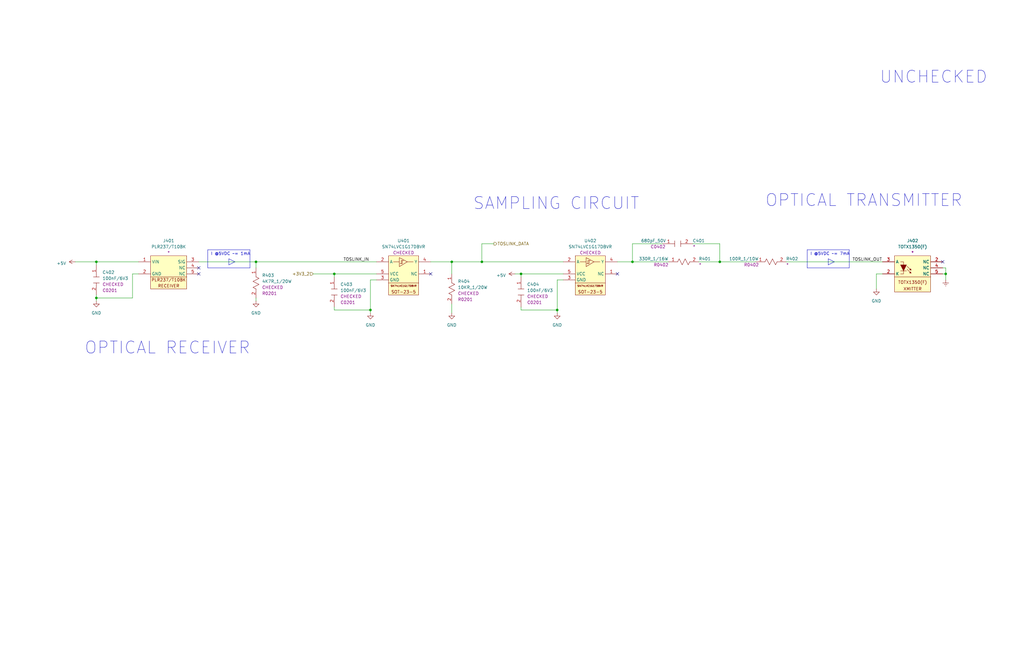
<source format=kicad_sch>
(kicad_sch (version 20230121) (generator eeschema)
  (paper "B")
  (title_block (title "Blender") (date "2023/09/18") (rev "v1.0") (company "Mend0z0") (comment 1 "v1.0") (comment 2 "v1.0") (comment 3 "Siavash Taher Parvar") (comment 4 "_BOM_Blender_v1.0.html") (comment 5 "_HW_Blender.kicad_pcb") (comment 6 "_GBR_Blender_v1.0") (comment 7 "_ASM_Blender_v1.0") (comment 8 "N/A") (comment 9 "Initial version"))
  (lib_symbols
    (symbol "_SCHLIB_Blender:BUF_SN74LVC1G17DBVR_SOT-23-5"
      (property "Reference" "U" (at 2.54 3.81 0))
      (property "Value" "SN74LVC1G17DBVR" (at 2.54 6.35 0))
      (property "SCH CHECK" "CHECKED" (at 2.54 21.59 0))
      (symbol "BUF_SN74LVC1G17DBVR_SOT-23-5_0_0"
        (text "SN74LVC1G17DBVR" (at 6.35 -12.7 0) (effects (font (size 0.762 0.762))))
        (text "SOT-23-5" (at 6.35 -15.24 0) (effects (font (size 1.27 1.27))))
      )
      (symbol "BUF_SN74LVC1G17DBVR_SOT-23-5_0_1"
        (polyline (pts (xy 0 -11.43) (xy 12.7 -11.43)))
        (polyline (pts (xy 4.572 -2.54) (xy 2.032 -2.54)))
        (polyline (pts (xy 7.874 -2.54) (xy 10.414 -2.54)))
        (polyline (pts (xy 5.334 -3.302) (xy 5.842 -3.302) (xy 5.842 -2.032)))
        (polyline (pts (xy 4.572 -0.762) (xy 4.572 -4.572) (xy 7.874 -2.54) (xy 4.572 -0.762)))
        (polyline (pts (xy 6.35 -2.032) (xy 5.334 -2.032) (xy 5.334 -3.302) (xy 4.826 -3.302)))
        (rectangle (start 0 0) (end 12.7 -16.51) (fill (type background)))
      )
      (symbol "BUF_SN74LVC1G17DBVR_SOT-23-5_1_1"
        (pin passive line (at 17.78 -7.62 180) (length 5.08) (name "NC") (number "1"))
        (pin passive line (at -5.08 -2.54 0) (length 5.08) (name "A") (number "2"))
        (pin passive line (at -5.08 -10.16 0) (length 5.08) (name "GND") (number "3"))
        (pin passive line (at 17.78 -2.54 180) (length 5.08) (name "Y") (number "4"))
        (pin passive line (at -5.08 -7.62 0) (length 5.08) (name "VCC") (number "5"))
      )
    )
    (symbol "_SCHLIB_Blender:CAP_100nF/6V3_C0201"
      (property "Reference" "C" (at 2.54 5.08 0))
      (property "Value" "100nF{slash}6V3" (at 2.54 7.62 0))
      (property "SCH CHECK" "CHECKED" (at 2.54 22.86 0))
      (property "Package" "C0201" (at 2.54 25.4 0))
      (symbol "CAP_100nF/6V3_C0201_0_0"
        (polyline (pts (xy 5.08 1.27) (xy 5.08 -1.27)))
        (polyline (pts (xy 7.62 1.27) (xy 7.62 -1.27)))
      )
      (symbol "CAP_100nF/6V3_C0201_1_1"
        (pin passive line (at 0 0 0) (length 5.08) (name "") (number "1"))
        (pin passive line (at 12.7 0 180) (length 5.08) (name "") (number "2"))
      )
    )
    (symbol "_SCHLIB_Blender:CAP_680pF_50V_C0402"
      (property "Reference" "C" (at 2.54 3.81 0))
      (property "Value" "680pF_50V" (at 2.54 6.35 0))
      (property "SCH CHECK" "*" (at 2.54 21.59 0))
      (property "Package" "C0402" (at 2.54 24.13 0))
      (symbol "CAP_680pF_50V_C0402_0_0"
        (polyline (pts (xy 5.08 1.27) (xy 5.08 -1.27)))
        (polyline (pts (xy 7.62 1.27) (xy 7.62 -1.27)))
      )
      (symbol "CAP_680pF_50V_C0402_1_1"
        (pin passive line (at 0 0 0) (length 5.08) (name "") (number "1"))
        (pin passive line (at 12.7 0 180) (length 5.08) (name "") (number "2"))
      )
    )
    (symbol "_SCHLIB_Blender:CONN_PLR237/T10BK"
      (property "Reference" "J" (at 3.81 3.81 0))
      (property "Value" "PLR237/T10BK" (at 3.81 6.35 0))
      (property "SCH CHECK" "*" (at 3.81 20.32 0))
      (symbol "CONN_PLR237/T10BK_0_0"
        (text "PLR237/T10BK" (at 7.62 -10.16 0) (effects (font (size 1.27 1.27))))
      )
      (symbol "CONN_PLR237/T10BK_0_1"
        (polyline (pts (xy 0 -8.89) (xy 15.24 -8.89)))
        (rectangle (start 0 0) (end 15.24 -13.97) (fill (type background)))
        (text "RECEIVER" (at 7.62 -12.7 0) (effects (font (size 1.27 1.27))))
      )
      (symbol "CONN_PLR237/T10BK_1_1"
        (pin passive line (at -5.08 -2.54 0) (length 5.08) (name "VIN") (number "1"))
        (pin passive line (at -5.08 -7.62 0) (length 5.08) (name "GND") (number "2"))
        (pin passive line (at 20.32 -2.54 180) (length 5.08) (name "SIG") (number "3"))
        (pin passive line (at 20.32 -5.08 180) (length 5.08) (name "NC") (number "4"))
        (pin passive line (at 20.32 -7.62 180) (length 5.08) (name "NC") (number "5"))
      )
    )
    (symbol "_SCHLIB_Blender:CONN_TOTX1350(F)"
      (property "Reference" "J" (at 2.54 2.54 0))
      (property "Value" "TOTX1350(F)" (at 2.54 5.08 0))
      (property "SCH CHECK" "*" (at 2.54 20.32 0))
      (symbol "CONN_TOTX1350(F)_0_0"
        (text "	\nTOTX1350(F)" (at 7.62 -10.16 0) (effects (font (size 1.27 1.27))))
      )
      (symbol "CONN_TOTX1350(F)_0_1"
        (polyline (pts (xy 0 -8.89) (xy 15.24 -8.89)))
        (polyline (pts (xy 2.54 -6.35) (xy 5.08 -6.35)))
        (polyline (pts (xy 5.334 -5.6896) (xy 6.604 -6.9596)))
        (polyline (pts (xy 5.334 -4.4196) (xy 6.604 -5.6896)))
        (polyline (pts (xy 2.54 -7.62) (xy 3.81 -7.62) (xy 3.81 -6.35)))
        (polyline (pts (xy 2.54 -2.54) (xy 3.81 -2.54) (xy 3.81 -3.81)))
        (polyline (pts (xy 2.54 -3.81) (xy 5.08 -3.81) (xy 3.81 -6.35) (xy 2.54 -3.81)) (fill (type outline)))
        (polyline (pts (xy 6.8326 -6.7564) (xy 6.35 -7.2136) (xy 7.0104 -7.366) (xy 6.8326 -6.7564)) (fill (type outline)))
        (polyline (pts (xy 6.858 -5.461) (xy 6.3754 -5.9182) (xy 7.0358 -6.0706) (xy 6.858 -5.461)) (fill (type outline)))
        (rectangle (start 0 0) (end 15.24 -15.24) (fill (type background)))
        (text "XMITTER" (at 7.62 -13.97 0) (effects (font (size 1.27 1.27))))
      )
      (symbol "CONN_TOTX1350(F)_1_1"
        (pin passive line (at -5.08 -7.62 0) (length 5.08) (name "K") (number "2"))
        (pin passive line (at 20.32 -2.54 180) (length 5.08) (name "NC") (number "2"))
        (pin passive line (at -5.08 -2.54 0) (length 5.08) (name "A") (number "3"))
        (pin passive line (at 20.32 -5.08 180) (length 5.08) (name "NC") (number "4"))
        (pin passive line (at 20.32 -7.62 180) (length 5.08) (name "NC") (number "5"))
      )
    )
    (symbol "_SCHLIB_Blender:RES_100R_1/10W_R0402"
      (property "Reference" "R" (at 2.54 3.81 0))
      (property "Value" "100R_1/10W" (at 2.54 6.35 0))
      (property "SCH CHECK" "*" (at 2.54 21.59 0))
      (property "Package" "R0402" (at 2.54 24.13 0))
      (symbol "RES_100R_1/10W_R0402_0_0"
        (polyline (pts (xy 3.81 0) (xy 4.445 1.27) (xy 5.715 -1.27) (xy 6.985 1.27) (xy 8.255 -1.27) (xy 8.89 0)))
      )
      (symbol "RES_100R_1/10W_R0402_1_1"
        (pin passive line (at 0 0 0) (length 3.81) (name "") (number "1"))
        (pin passive line (at 12.7 0 180) (length 3.81) (name "") (number "2"))
      )
    )
    (symbol "_SCHLIB_Blender:RES_10KR_1/20W-R0201"
      (property "Reference" "R" (at 2.54 5.08 0))
      (property "Value" "10KR_1{slash}20W" (at 2.54 7.62 0))
      (property "SCH CHECK" "CHECKED" (at 2.54 22.86 0))
      (property "Package" "R0201" (at 2.54 25.4 0))
      (symbol "RES_10KR_1/20W-R0201_0_0"
        (polyline (pts (xy 3.81 0) (xy 4.445 1.27) (xy 5.715 -1.27) (xy 6.985 1.27) (xy 8.255 -1.27) (xy 8.89 0)))
      )
      (symbol "RES_10KR_1/20W-R0201_1_1"
        (pin passive line (at 0 0 0) (length 3.81) (name "") (number "1"))
        (pin passive line (at 12.7 0 180) (length 3.81) (name "") (number "2"))
      )
    )
    (symbol "_SCHLIB_Blender:RES_330R_1/16W_R0402"
      (property "Reference" "R" (at 3.81 3.81 0))
      (property "Value" "330R_1/16W" (at 3.81 6.35 0))
      (property "SCH CHECK" "*" (at 3.81 21.59 0))
      (property "Package" "R0402" (at 3.81 24.13 0))
      (symbol "RES_330R_1/16W_R0402_0_0"
        (polyline (pts (xy 3.81 0) (xy 4.445 1.27) (xy 5.715 -1.27) (xy 6.985 1.27) (xy 8.255 -1.27) (xy 8.89 0)))
      )
      (symbol "RES_330R_1/16W_R0402_1_1"
        (pin passive line (at 0 0 0) (length 3.81) (name "") (number "1"))
        (pin passive line (at 12.7 0 180) (length 3.81) (name "") (number "2"))
      )
    )
    (symbol "_SCHLIB_Blender:RES_4K7R_1/20W-R0201"
      (property "Reference" "R" (at 2.54 5.08 0))
      (property "Value" "4K7R_1{slash}20W" (at 2.54 7.62 0))
      (property "SCH CHECK" "CHECKED" (at 2.54 22.86 0))
      (property "Package" "R0201" (at 2.54 25.4 0))
      (symbol "RES_4K7R_1/20W-R0201_0_0"
        (polyline (pts (xy 3.81 0) (xy 4.445 1.27) (xy 5.715 -1.27) (xy 6.985 1.27) (xy 8.255 -1.27) (xy 8.89 0)))
      )
      (symbol "RES_4K7R_1/20W-R0201_1_1"
        (pin passive line (at 0 0 0) (length 3.81) (name "") (number "1"))
        (pin passive line (at 12.7 0 180) (length 3.81) (name "") (number "2"))
      )
    )
    (symbol "power:+5V" (power) (pin_names (offset 0))
      (property "Value" "+5V" (at 0 3.556 0))
      (symbol "+5V_0_1"
        (polyline (pts (xy -0.762 1.27) (xy 0 2.54)))
        (polyline (pts (xy 0 0) (xy 0 2.54)))
        (polyline (pts (xy 0 2.54) (xy 0.762 1.27)))
      )
      (symbol "+5V_1_1"
        (pin power_in line (at 0 0 90) (length 0) hide (name "+5V") (number "1"))
      )
    )
    (symbol "power:Earth" (power) (pin_names (offset 0))
      (symbol "Earth_0_1"
        (polyline (pts (xy -0.635 -1.905) (xy 0.635 -1.905)))
        (polyline (pts (xy -0.127 -2.54) (xy 0.127 -2.54)))
        (polyline (pts (xy 0 -1.27) (xy 0 0)))
        (polyline (pts (xy 1.27 -1.27) (xy -1.27 -1.27)))
      )
      (symbol "Earth_1_1"
        (pin power_in line (at 0 0 270) (length 0) hide (name "Earth") (number "1"))
      )
    )
    (symbol "power:GND" (power) (pin_names (offset 0))
      (property "Value" "GND" (at 0 -3.81 0))
      (symbol "GND_0_1"
        (polyline (pts (xy 0 0) (xy 0 -1.27) (xy 1.27 -1.27) (xy 0 -2.54) (xy -1.27 -1.27) (xy 0 -1.27)))
      )
      (symbol "GND_1_1"
        (pin power_in line (at 0 0 270) (length 0) hide (name "GND") (number "1"))
      )
    )
  )
  (junction (at 156.21 130.81))
  (junction (at 40.64 125.73))
  (junction (at 234.95 130.81))
  (junction (at 40.64 110.49))
  (junction (at 398.78 115.57))
  (junction (at 107.95 110.49))
  (junction (at 140.97 115.57))
  (junction (at 219.71 115.57))
  (junction (at 203.2 110.49))
  (junction (at 190.5 110.49))
  (junction (at 303.53 110.49))
  (junction (at 266.7 110.49))
  (no_connect (at 397.51 110.49))
  (no_connect (at 260.35 115.57))
  (no_connect (at 181.61 115.57))
  (no_connect (at 83.82 113.03))
  (no_connect (at 83.82 115.57))
  (wire (pts (xy 219.71 130.81) (xy 234.95 130.81)))
  (wire (pts (xy 190.5 110.49) (xy 190.5 115.57)))
  (wire (pts (xy 140.97 115.57) (xy 140.97 116.84)))
  (polyline (pts (xy 340.36 105.41) (xy 358.14 105.41)))
  (wire (pts (xy 266.7 110.49) (xy 281.94 110.49)))
  (polyline (pts (xy 96.52 109.22) (xy 99.06 110.49)))
  (wire (pts (xy 83.82 110.49) (xy 107.95 110.49)))
  (wire (pts (xy 397.51 113.03) (xy 398.78 113.03)))
  (polyline (pts (xy 105.41 113.03) (xy 87.63 113.03)))
  (wire (pts (xy 398.78 115.57) (xy 398.78 118.11)))
  (polyline (pts (xy 358.14 113.03) (xy 340.36 113.03)))
  (wire (pts (xy 58.42 115.57) (xy 55.88 115.57)))
  (wire (pts (xy 219.71 129.54) (xy 219.71 130.81)))
  (polyline (pts (xy 349.25 109.22) (xy 351.79 110.49)))
  (wire (pts (xy 107.95 110.49) (xy 107.95 113.03)))
  (wire (pts (xy 397.51 115.57) (xy 398.78 115.57)))
  (wire (pts (xy 303.53 102.87) (xy 303.53 110.49)))
  (wire (pts (xy 31.75 110.49) (xy 40.64 110.49)))
  (polyline (pts (xy 349.25 111.76) (xy 351.79 110.49)))
  (polyline (pts (xy 358.14 105.41) (xy 358.14 113.03)))
  (polyline (pts (xy 87.63 105.41) (xy 105.41 105.41)))
  (wire (pts (xy 181.61 110.49) (xy 190.5 110.49)))
  (wire (pts (xy 292.1 102.87) (xy 303.53 102.87)))
  (wire (pts (xy 219.71 115.57) (xy 219.71 116.84)))
  (wire (pts (xy 40.64 124.46) (xy 40.64 125.73)))
  (wire (pts (xy 40.64 110.49) (xy 40.64 111.76)))
  (wire (pts (xy 331.47 110.49) (xy 372.11 110.49)))
  (wire (pts (xy 140.97 130.81) (xy 156.21 130.81)))
  (wire (pts (xy 58.42 110.49) (xy 40.64 110.49)))
  (wire (pts (xy 303.53 110.49) (xy 318.77 110.49)))
  (wire (pts (xy 398.78 113.03) (xy 398.78 115.57)))
  (wire (pts (xy 156.21 130.81) (xy 156.21 118.11)))
  (wire (pts (xy 260.35 110.49) (xy 266.7 110.49)))
  (wire (pts (xy 369.57 115.57) (xy 369.57 121.92)))
  (wire (pts (xy 217.17 115.57) (xy 219.71 115.57)))
  (wire (pts (xy 107.95 110.49) (xy 158.75 110.49)))
  (wire (pts (xy 107.95 127) (xy 107.95 125.73)))
  (wire (pts (xy 190.5 110.49) (xy 203.2 110.49)))
  (wire (pts (xy 372.11 115.57) (xy 369.57 115.57)))
  (wire (pts (xy 294.64 110.49) (xy 303.53 110.49)))
  (wire (pts (xy 55.88 115.57) (xy 55.88 125.73)))
  (polyline (pts (xy 349.25 109.22) (xy 349.25 111.76)))
  (polyline (pts (xy 340.36 105.41) (xy 340.36 113.03)))
  (wire (pts (xy 266.7 102.87) (xy 266.7 110.49)))
  (polyline (pts (xy 96.52 111.76) (xy 99.06 110.49)))
  (wire (pts (xy 234.95 130.81) (xy 234.95 132.08)))
  (wire (pts (xy 208.28 102.87) (xy 203.2 102.87)))
  (wire (pts (xy 219.71 115.57) (xy 237.49 115.57)))
  (wire (pts (xy 132.08 115.57) (xy 140.97 115.57)))
  (wire (pts (xy 140.97 129.54) (xy 140.97 130.81)))
  (wire (pts (xy 40.64 125.73) (xy 55.88 125.73)))
  (wire (pts (xy 140.97 115.57) (xy 158.75 115.57)))
  (wire (pts (xy 234.95 118.11) (xy 237.49 118.11)))
  (wire (pts (xy 203.2 110.49) (xy 237.49 110.49)))
  (wire (pts (xy 203.2 102.87) (xy 203.2 110.49)))
  (polyline (pts (xy 87.63 105.41) (xy 87.63 113.03)))
  (wire (pts (xy 156.21 130.81) (xy 156.21 132.08)))
  (wire (pts (xy 279.4 102.87) (xy 266.7 102.87)))
  (polyline (pts (xy 105.41 105.41) (xy 105.41 113.03)))
  (wire (pts (xy 234.95 130.81) (xy 234.95 118.11)))
  (wire (pts (xy 190.5 132.08) (xy 190.5 128.27)))
  (polyline (pts (xy 96.52 109.22) (xy 96.52 111.76)))
  (wire (pts (xy 40.64 125.73) (xy 40.64 127)))
  (wire (pts (xy 156.21 118.11) (xy 158.75 118.11)))
  (text "OPTICAL TRANSMITTER" (at 322.58 87.63 0) (effects (font (size 5.08 5.08)) (justify left bottom)))
  (text "I @5VDC ~= 7mA" (at 341.63 107.95 0) (effects (font (size 1.27 1.27)) (justify left bottom)))
  (text "SAMPLING CIRCUIT" (at 199.39 88.9 0) (effects (font (size 5.08 5.08)) (justify left bottom)))
  (text "I @5VDC ~= 1mA" (at 88.9 107.95 0) (effects (font (size 1.27 1.27)) (justify left bottom)))
  (text "UNCHECKED" (at 370.84 35.56 0) (effects (font (size 5.08 5.08)) (justify left bottom)))
  (text "OPTICAL RECEIVER" (at 35.56 149.86 0) (effects (font (size 5.08 5.08)) (justify left bottom)))
  (label "TOSLINK_OUT" (at 359.41 110.49 0))
  (label "TOSLINK_IN" (at 144.78 110.49 0))
  (hierarchical_label "TOSLINK_DATA" (shape output) (at 208.28 102.87 0))
  (hierarchical_label "+3V3_2" (shape input) (at 132.08 115.57 180))
  (symbol (lib_id "_SCHLIB_Blender:BUF_SN74LVC1G17DBVR_SOT-23-5") (at 163.83 107.95 0) (unit 1)
    (property "Reference" "U401" (at 170.18 101.6 0))
    (property "Value" "SN74LVC1G17DBVR" (at 170.18 104.14 0))
    (property "Footprint" "Package_TO_SOT_SMD:SOT-23-5" (effects hide))
    (property "Datasheet" "https://www.ti.com/general/docs/suppproductinfo.tsp?distId=10&gotoUrl=https%3A%2F%2Fwww.ti.com%2Flit%2Fgpn%2Fsn74lvc1g17" (effects hide))
    (property "Description" "Buffer, Non-Inverting 1 Element 1 Bit per Element Push-Pull Output SOT-23-5" (effects hide))
    (property "Part Number" "SN74LVC1G17DBVR" (effects hide))
    (property "Link" "https://www.digikey.ca/en/products/detail/texas-instruments/SN74LVC1G17DBVR/389051" (effects hide))
    (property "SCH CHECK" "CHECKED" (at 170.18 106.68 0))
  )
  (symbol (lib_id "power:GND") (at 107.95 127 0) (unit 1)
    (property "Reference" "#PWR0406" (effects hide))
    (property "Value" "GND" (at 107.95 132.08 0))
    (instances (project "_HW_Blender" (path "" (reference "#PWR0406") (unit 1))) (project "_HW_ToslinkToDMX" (path "" (reference "#PWR0405") (unit 1))))
  )
  (symbol (lib_id "_SCHLIB_Blender:RES_10KR_1/20W-R0201") (at 190.5 115.57 270) (unit 1)
    (property "Reference" "R404" (at 193.04 118.745 90) (effects (justify left)))
    (property "Value" "10KR_1/20W" (at 193.04 121.285 90) (effects (justify left)))
    (property "Footprint" "Resistor_SMD:R_0201_0603Metric" (effects hide))
    (property "Datasheet" "https://www.seielect.com/Catalog/SEI-RMCF_RMCP.pdf" (effects hide))
    (property "Description" "10 kOhms ±1% 0.05W, 1/20W Chip Resistor 0201 (0603 Metric) Thick Film" (effects hide))
    (property "Part Number" "RMCF0201FT10K0" (effects hide))
    (property "Link" "https://www.digikey.ca/en/products/detail/stackpole-electronics-inc/RMCF0201FT10K0/1714990" (effects hide))
    (property "SCH CHECK" "CHECKED" (at 193.04 123.825 90) (effects (justify left)))
    (property "Package" "R0201" (at 193.04 126.365 90) (effects (justify left)))
  )
  (symbol (lib_id "_SCHLIB_Blender:CONN_PLR237/T10BK") (at 63.5 107.95 0) (unit 1)
    (property "Reference" "J401" (at 71.12 101.6 0))
    (property "Value" "PLR237/T10BK" (at 71.12 104.14 0))
    (property "Footprint" "_PCBLIB_Blender:PLR237T10BK" (effects hide))
    (property "Datasheet" "https://media.digikey.com/pdf/Data%20Sheets/Everlight%20PDFs/PLR237-T10BK_Rev1_3-30-21.pdf" (effects hide))
    (property "Description" "Fiber Optic Receiver Optical 3V ~ 5.5V" (effects hide))
    (property "Part Number" "PLR237/T10BK" (effects hide))
    (property "Link" "https://www.digikey.ca/en/products/detail/everlight-electronics-co-ltd/PLR237-T10BK/14641723" (effects hide))
    (property "SCH CHECK" "*" (at 71.12 106.68 0))
  )
  (symbol (lib_id "_SCHLIB_Blender:CAP_100nF/6V3_C0201") (at 219.71 116.84 270) (unit 1)
    (property "Reference" "C404" (at 222.25 120.015 90) (effects (justify left)))
    (property "Value" "100nF/6V3" (at 222.25 122.555 90) (effects (justify left)))
    (property "Footprint" "Capacitor_SMD:C_0201_0603Metric" (effects hide))
    (property "Datasheet" "https://www.yageo.com/upload/media/product/productsearch/datasheet/mlcc/UPY-GPHC_X7R_6.3V-to-250V_22.pdf" (effects hide))
    (property "Description" "0.1 µF ±10% 6.3V Ceramic Capacitor X7R 0201 (0603 Metric)" (effects hide))
    (property "Part Number" "CC0201KRX7R5BB104" (effects hide))
    (property "Link" "https://www.digikey.ca/en/products/detail/yageo/CC0201KRX7R5BB104/12698853" (effects hide))
    (property "SCH CHECK" "CHECKED" (at 222.25 125.095 90) (effects (justify left)))
    (property "Package" "C0201" (at 222.25 127.635 90) (effects (justify left)))
  )
  (symbol (lib_id "_SCHLIB_Blender:RES_100R_1/10W_R0402") (at 318.77 110.49 0) (unit 1)
    (property "Reference" "R402" (at 334.01 109.22 0))
    (property "Value" "100R_1/10W" (at 313.69 109.22 0))
    (property "Footprint" "Resistor_SMD:R_0402_1005Metric" (effects hide))
    (property "Datasheet" "https://industrial.panasonic.com/cdbs/www-data/pdf/RDA0000/AOA0000C304.pdf" (effects hide))
    (property "Description" "100 Ohms ±1% 0.1W, 1/10W Chip Resistor 0402 (1005 Metric) Automotive AEC-Q200 Thick Film" (effects hide))
    (property "Part Number" "ERJ-2RKF1000X" (effects hide))
    (property "Link" "https://www.digikey.ca/en/products/detail/panasonic-electronic-components/ERJ-2RKF1000X/192080" (effects hide))
    (property "SCH CHECK" "*" (at 331.47 111.76 0) (effects (justify left)))
    (property "Package" "R0402" (at 313.69 111.76 0) (effects (justify left)))
  )
  (symbol (lib_id "_SCHLIB_Blender:CAP_100nF/6V3_C0201") (at 140.97 116.84 270) (unit 1)
    (property "Reference" "C403" (at 143.51 120.015 90) (effects (justify left)))
    (property "Value" "100nF/6V3" (at 143.51 122.555 90) (effects (justify left)))
    (property "Footprint" "Capacitor_SMD:C_0201_0603Metric" (effects hide))
    (property "Datasheet" "https://www.yageo.com/upload/media/product/productsearch/datasheet/mlcc/UPY-GPHC_X7R_6.3V-to-250V_22.pdf" (effects hide))
    (property "Description" "0.1 µF ±10% 6.3V Ceramic Capacitor X7R 0201 (0603 Metric)" (effects hide))
    (property "Part Number" "CC0201KRX7R5BB104" (effects hide))
    (property "Link" "https://www.digikey.ca/en/products/detail/yageo/CC0201KRX7R5BB104/12698853" (effects hide))
    (property "SCH CHECK" "CHECKED" (at 143.51 125.095 90) (effects (justify left)))
    (property "Package" "C0201" (at 143.51 127.635 90) (effects (justify left)))
  )
  (symbol (lib_id "power:GND") (at 190.5 132.08 0) (unit 1)
    (property "Reference" "#PWR0408" (effects hide))
    (property "Value" "GND" (at 190.5 137.16 0))
    (instances (project "_HW_Blender" (path "" (reference "#PWR0408") (unit 1))) (project "_HW_ToslinkToDMX" (path "" (reference "#PWR0407") (unit 1))))
  )
  (symbol (lib_id "power:+5V") (at 217.17 115.57 90) (unit 1)
    (property "Reference" "#PWR0402" (effects hide))
    (property "Value" "+5V" (at 213.36 116.205 90) (effects (justify left)))
  )
  (symbol (lib_id "power:+5V") (at 31.75 110.49 90) (unit 1)
    (property "Reference" "#PWR0401" (effects hide))
    (property "Value" "+5V" (at 27.94 111.125 90) (effects (justify left)))
  )
  (symbol (lib_id "power:GND") (at 40.64 127 0) (unit 1)
    (property "Reference" "#PWR0405" (effects hide))
    (property "Value" "GND" (at 40.64 132.08 0))
    (instances (project "_HW_Blender" (path "" (reference "#PWR0405") (unit 1))) (project "_HW_ToslinkToDMX" (path "" (reference "#PWR0404") (unit 1))))
  )
  (symbol (lib_id "power:GND") (at 234.95 132.08 0) (unit 1)
    (property "Reference" "#PWR0409" (effects hide))
    (property "Value" "GND" (at 234.95 137.16 0))
    (instances (project "_HW_Blender" (path "" (reference "#PWR0409") (unit 1))) (project "_HW_ToslinkToDMX" (path "" (reference "#PWR0408") (unit 1))))
  )
  (symbol (lib_id "_SCHLIB_Blender:RES_4K7R_1/20W-R0201") (at 107.95 113.03 270) (unit 1)
    (property "Reference" "R403" (at 110.49 116.205 90) (effects (justify left)))
    (property "Value" "4K7R_1/20W" (at 110.49 118.745 90) (effects (justify left)))
    (property "Footprint" "Resistor_SMD:R_0201_0603Metric" (effects hide))
    (property "Datasheet" "https://www.seielect.com/Catalog/SEI-RMCF_RMCP.pdf" (effects hide))
    (property "Description" "4.7 kOhms ±1% 0.05W, 1/20W Chip Resistor 0201 (0603 Metric) Thick Film" (effects hide))
    (property "Part Number" "RMCF0201FT4K70" (effects hide))
    (property "Link" "https://www.digikey.ca/en/products/detail/stackpole-electronics-inc/RMCF0201FT4K70/1715026" (effects hide))
    (property "SCH CHECK" "CHECKED" (at 110.49 121.285 90) (effects (justify left)))
    (property "Package" "R0201" (at 110.49 123.825 90) (effects (justify left)))
  )
  (symbol (lib_id "_SCHLIB_Blender:BUF_SN74LVC1G17DBVR_SOT-23-5") (at 242.57 107.95 0) (unit 1)
    (property "Reference" "U402" (at 248.92 101.6 0))
    (property "Value" "SN74LVC1G17DBVR" (at 248.92 104.14 0))
    (property "Footprint" "Package_TO_SOT_SMD:SOT-23-5" (effects hide))
    (property "Datasheet" "https://www.ti.com/general/docs/suppproductinfo.tsp?distId=10&gotoUrl=https%3A%2F%2Fwww.ti.com%2Flit%2Fgpn%2Fsn74lvc1g17" (effects hide))
    (property "Description" "Buffer, Non-Inverting 1 Element 1 Bit per Element Push-Pull Output SOT-23-5" (effects hide))
    (property "Part Number" "SN74LVC1G17DBVR" (effects hide))
    (property "Link" "https://www.digikey.ca/en/products/detail/texas-instruments/SN74LVC1G17DBVR/389051" (effects hide))
    (property "SCH CHECK" "CHECKED" (at 248.92 106.68 0))
  )
  (symbol (lib_id "_SCHLIB_Blender:RES_330R_1/16W_R0402") (at 281.94 110.49 0) (unit 1)
    (property "Reference" "R401" (at 297.18 109.22 0))
    (property "Value" "330R_1/16W" (at 275.59 109.22 0))
    (property "Footprint" "Resistor_SMD:R_0402_1005Metric" (effects hide))
    (property "Datasheet" "http://www.passivecomponent.com/wp-content/uploads/chipR/ASC_WR.pdf" (effects hide))
    (property "Description" "330 Ohms ±1% 0.063W, 1/16W Chip Resistor 0402 (1005 Metric) Thick Film" (effects hide))
    (property "Part Number" "WR04X3300FTL" (effects hide))
    (property "Link" "https://www.digikey.ca/en/products/detail/walsin-technology-corporation/WR04X3300FTL/13239224" (effects hide))
    (property "SCH CHECK" "*" (at 294.64 111.76 0) (effects (justify left)))
    (property "Package" "R0402" (at 275.59 111.76 0) (effects (justify left)))
  )
  (symbol (lib_id "power:GND") (at 369.57 121.92 0) (unit 1)
    (property "Reference" "#PWR0404" (effects hide))
    (property "Value" "GND" (at 369.57 127 0))
    (instances (project "_HW_Blender" (path "" (reference "#PWR0404") (unit 1))) (project "_HW_ToslinkToDMX" (path "" (reference "#PWR0403") (unit 1))))
  )
  (symbol (lib_id "_SCHLIB_Blender:CAP_680pF_50V_C0402") (at 279.4 102.87 0) (unit 1)
    (property "Reference" "C401" (at 294.64 101.6 0))
    (property "Value" "680pF_50V" (at 275.59 101.6 0))
    (property "Footprint" "Capacitor_SMD:C_0402_1005Metric" (effects hide))
    (property "Datasheet" "http://www.passivecomponent.com/wp-content/uploads/datasheet/WTC_MLCC_General_Purpose.pdf" (effects hide))
    (property "Description" "680 pF ±10% 50V Ceramic Capacitor X7R 0402 (1005 Metric)" (effects hide))
    (property "Part Number" "0402B681K500CT" (effects hide))
    (property "Link" "https://www.digikey.ca/en/products/detail/walsin-technology-corporation/0402B681K500CT/9354721" (effects hide))
    (property "SCH CHECK" "*" (at 292.1 104.14 0) (effects (justify left)))
    (property "Package" "C0402" (at 274.32 104.14 0) (effects (justify left)))
  )
  (symbol (lib_id "power:Earth") (at 398.78 118.11 0) (unit 1)
    (property "Reference" "#PWR0403" (effects hide))
    (property "Value" "Earth" (effects hide))
    (instances (project "_HW_Blender" (path "" (reference "#PWR0403") (unit 1))) (project "_HW_ToslinkToDMX" (path "" (reference "#PWR0409") (unit 1))))
  )
  (symbol (lib_id "power:GND") (at 156.21 132.08 0) (unit 1)
    (property "Reference" "#PWR0407" (effects hide))
    (property "Value" "GND" (at 156.21 137.16 0))
    (instances (project "_HW_Blender" (path "" (reference "#PWR0407") (unit 1))) (project "_HW_ToslinkToDMX" (path "" (reference "#PWR0406") (unit 1))))
  )
  (symbol (lib_id "_SCHLIB_Blender:CAP_100nF/6V3_C0201") (at 40.64 111.76 270) (unit 1)
    (property "Reference" "C402" (at 43.18 114.935 90) (effects (justify left)))
    (property "Value" "100nF/6V3" (at 43.18 117.475 90) (effects (justify left)))
    (property "Footprint" "Capacitor_SMD:C_0201_0603Metric" (effects hide))
    (property "Datasheet" "https://www.yageo.com/upload/media/product/productsearch/datasheet/mlcc/UPY-GPHC_X7R_6.3V-to-250V_22.pdf" (effects hide))
    (property "Description" "0.1 µF ±10% 6.3V Ceramic Capacitor X7R 0201 (0603 Metric)" (effects hide))
    (property "Part Number" "CC0201KRX7R5BB104" (effects hide))
    (property "Link" "https://www.digikey.ca/en/products/detail/yageo/CC0201KRX7R5BB104/12698853" (effects hide))
    (property "SCH CHECK" "CHECKED" (at 43.18 120.015 90) (effects (justify left)))
    (property "Package" "C0201" (at 43.18 122.555 90) (effects (justify left)))
  )
  (symbol (lib_id "_SCHLIB_Blender:CONN_TOTX1350(F)") (at 377.19 107.95 0) (unit 1)
    (property "Reference" "J402" (at 384.81 101.6 0))
    (property "Value" "TOTX1350(F)" (at 384.81 104.14 0))
    (property "Footprint" "_PCBLIB_Blender:TOTX1350_TOS" (effects hide))
    (property "Datasheet" "https://toshiba.semicon-storage.com/info/docget.jsp?did=14728&prodName=TOTX1350(F)" (effects hide))
    (property "Description" "Fiber Optic Transmitter 650nm 1.8V 30 mA TOSLINK" (effects hide))
    (property "Part Number" "TOTX1350(F)" (effects hide))
    (property "Link" "https://www.digikey.ca/en/products/detail/toshiba-semiconductor-and-storage/TOTX1350-F/7100231" (effects hide))
    (property "SCH CHECK" "*" (at 384.81 106.68 0))
  )
)
</source>
